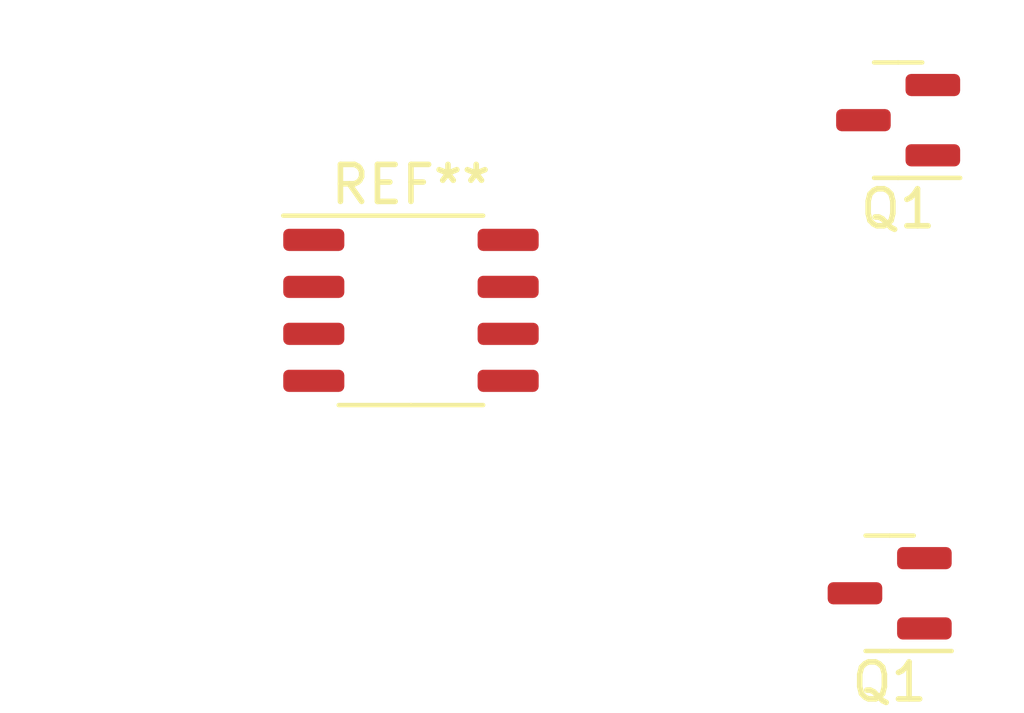
<source format=kicad_pcb>
(kicad_pcb (version 20221018) (generator pcbnew)
  (layers (0 "F.Cu" signal) (31 "B.Cu" signal) (34 "B.Paste" user) (35 "F.Paste" user) (36 "B.SilkS" user "B.Silkscreen") (37 "F.SilkS" user "F.Silkscreen") (38 "B.Mask" user) (39 "F.Mask" user) (44 "Edge.Cuts" user))
  (net 0 "")
  (footprint "Package_TO_SOT_SMD:SOT-23" (layer "F.Cu") (at 113.3625 84.902 180)
    (fp_text reference "Q1" (at 0 -2.4) (layer "F.SilkS"))
    (fp_text value "AO3400A")
    (fp_line (start 0 -1.56) (end -1.675 -1.56) (stroke (width 0.12)) (layer "F.SilkS"))
    (fp_line (start 0 -1.56) (end 0.65 -1.56) (stroke (width 0.12)) (layer "F.SilkS"))
    (fp_line (start 0 1.56) (end -0.65 1.56) (stroke (width 0.12)) (layer "F.SilkS"))
    (fp_line (start 0 1.56) (end 0.65 1.56) (stroke (width 0.12)) (layer "F.SilkS"))
    (pad "1" smd roundrect (at -0.9375 -0.95 180) (size 1.475 0.6) (layers "F.Cu" "F.Paste" "F.Mask"))
    (pad "2" smd roundrect (at -0.9375 0.95 180) (size 1.475 0.6) (layers "F.Cu" "F.Paste" "F.Mask"))
    (pad "3" smd roundrect (at 0.9375 0 180) (size 1.475 0.6) (layers "F.Cu" "F.Paste" "F.Mask"))
  )
  (footprint "Package_SO:SOP-8_3.9x4.9mm_P1.27mm" (layer "F.Cu") (at 100.203 90.043)
    (fp_text reference "REF**" (at 0 -3.4) (layer "F.SilkS"))
    (fp_text value "SOP-8_3.9x4.9mm_P1.27mm")
    (fp_line (start 0 -2.56) (end -3.45 -2.56) (stroke (width 0.12)) (layer "F.SilkS"))
    (fp_line (start 0 -2.56) (end 1.95 -2.56) (stroke (width 0.12)) (layer "F.SilkS"))
    (fp_line (start 0 2.56) (end -1.95 2.56) (stroke (width 0.12)) (layer "F.SilkS"))
    (fp_line (start 0 2.56) (end 1.95 2.56) (stroke (width 0.12)) (layer "F.SilkS"))
    (pad "1" smd roundrect (at -2.625 -1.905) (size 1.65 0.6) (layers "F.Cu" "F.Paste" "F.Mask"))
    (pad "2" smd roundrect (at -2.625 -0.635) (size 1.65 0.6) (layers "F.Cu" "F.Paste" "F.Mask"))
    (pad "3" smd roundrect (at -2.625 0.635) (size 1.65 0.6) (layers "F.Cu" "F.Paste" "F.Mask"))
    (pad "4" smd roundrect (at -2.625 1.905) (size 1.65 0.6) (layers "F.Cu" "F.Paste" "F.Mask"))
    (pad "5" smd roundrect (at 2.625 1.905) (size 1.65 0.6) (layers "F.Cu" "F.Paste" "F.Mask"))
    (pad "6" smd roundrect (at 2.625 0.635) (size 1.65 0.6) (layers "F.Cu" "F.Paste" "F.Mask"))
    (pad "7" smd roundrect (at 2.625 -0.635) (size 1.65 0.6) (layers "F.Cu" "F.Paste" "F.Mask"))
    (pad "8" smd roundrect (at 2.625 -1.905) (size 1.65 0.6) (layers "F.Cu" "F.Paste" "F.Mask"))
  )
  (footprint "Package_TO_SOT_SMD:SOT-23" (layer "F.Cu") (at 113.133984 97.691055 180)
    (fp_text reference "Q1" (at 0 -2.4) (layer "F.SilkS"))
    (fp_text value "AO3400A")
    (fp_line (start 0 -1.56) (end -1.675 -1.56) (stroke (width 0.12)) (layer "F.SilkS"))
    (fp_line (start 0 -1.56) (end 0.65 -1.56) (stroke (width 0.12)) (layer "F.SilkS"))
    (fp_line (start 0 1.56) (end -0.65 1.56) (stroke (width 0.12)) (layer "F.SilkS"))
    (fp_line (start 0 1.56) (end 0.65 1.56) (stroke (width 0.12)) (layer "F.SilkS"))
    (pad "1" smd roundrect (at -0.9375 -0.95 180) (size 1.475 0.6) (layers "F.Cu" "F.Paste" "F.Mask"))
    (pad "2" smd roundrect (at -0.9375 0.95 180) (size 1.475 0.6) (layers "F.Cu" "F.Paste" "F.Mask"))
    (pad "3" smd roundrect (at 0.9375 0 180) (size 1.475 0.6) (layers "F.Cu" "F.Paste" "F.Mask"))
  )
)
</source>
